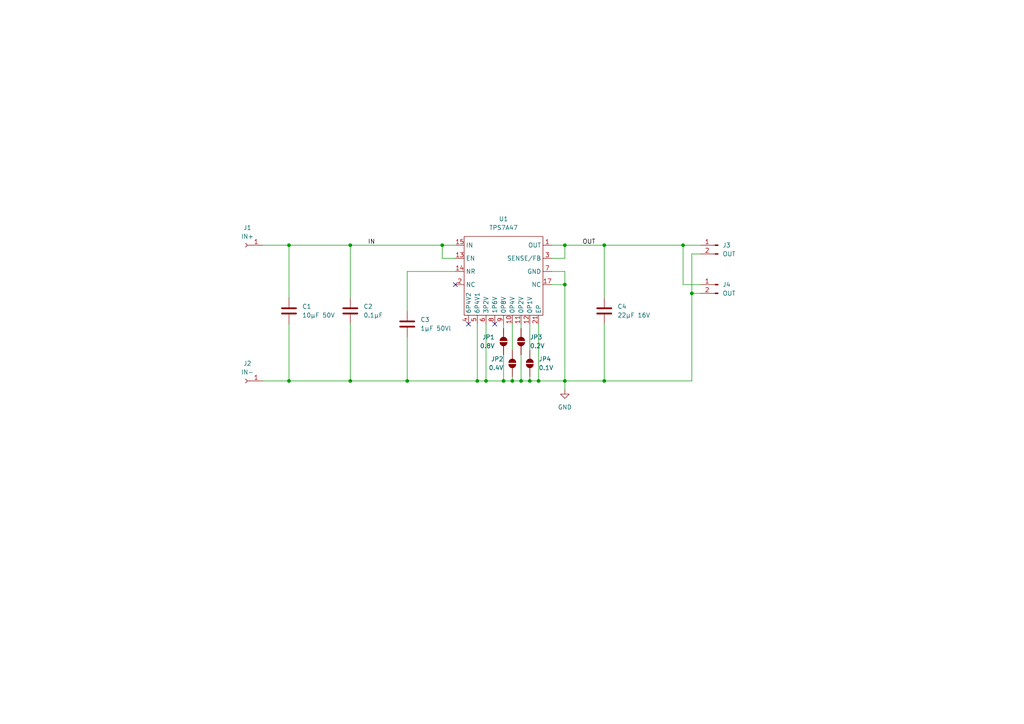
<source format=kicad_sch>
(kicad_sch (version 20231120) (generator "eeschema") (generator_version "8.0")
  (paper "A4")
  (lib_symbols
    (symbol "BW_Active:TPS7A47"
      (property "Reference" "U" (at 0 14.732 0))
      (property "Value" "TPS7A47" (at 0 12.7 0))
      (symbol "TPS7A47_0_0"
        (pin power_out line (at 13.97 8.89 180) (length 2.54) (name "OUT") (number "1"))
        (pin passive line (at 2.54 -13.97 90) (length 2.54) (name "0P4V") (number "10"))
        (pin passive line (at 5.08 -13.97 90) (length 2.54) (name "0P2V") (number "11"))
        (pin passive line (at 7.62 -13.97 90) (length 2.54) (name "0P1V") (number "12"))
        (pin input line (at -13.97 5.08 0) (length 2.54) (name "EN") (number "13"))
        (pin passive line (at -13.97 1.27 0) (length 2.54) (name "NR") (number "14"))
        (pin power_in line (at -13.97 8.89 0) (length 2.54) (name "IN") (number "15"))
        (pin passive line (at -13.97 8.89 0) (length 2.54) hide (name "IN") (number "16"))
        (pin free line (at 13.97 -2.54 180) (length 2.54) (name "NC") (number "17"))
        (pin free line (at 13.97 -2.54 180) (length 2.54) hide (name "NC") (number "18"))
        (pin free line (at 13.97 -2.54 180) (length 2.54) hide (name "NC") (number "19"))
        (pin free line (at -13.97 -2.54 0) (length 2.54) (name "NC") (number "2"))
        (pin passive line (at 13.97 8.89 180) (length 2.54) hide (name "OUT") (number "20"))
        (pin passive line (at 10.16 -13.97 90) (length 2.54) (name "EP") (number "21"))
        (pin passive line (at 13.97 5.08 180) (length 2.54) (name "SENSE/FB") (number "3"))
        (pin passive line (at -10.16 -13.97 90) (length 2.54) (name "6P4V2") (number "4"))
        (pin passive line (at -7.62 -13.97 90) (length 2.54) (name "6P4V1") (number "5"))
        (pin passive line (at -5.08 -13.97 90) (length 2.54) (name "3P2V") (number "6"))
        (pin passive line (at 13.97 1.27 180) (length 2.54) (name "GND") (number "7"))
        (pin passive line (at -2.54 -13.97 90) (length 2.54) (name "1P6V") (number "8"))
        (pin passive line (at 0 -13.97 90) (length 2.54) (name "0P8V") (number "9"))
      )
      (symbol "TPS7A47_0_1"
        (polyline (pts (xy -11.43 11.43) (xy -11.43 -11.43) (xy 11.43 -11.43) (xy 11.43 11.43) (xy -11.43 11.43)))
      )
    )
    (symbol "Connector:Conn_01x01_Socket" (pin_names (offset 1.016) hide)
      (property "Reference" "J" (at 0 2.54 0))
      (property "Value" "Conn_01x01_Socket" (at 0 -2.54 0))
      (symbol "Conn_01x01_Socket_1_1"
        (polyline (pts (xy -1.27 0) (xy -0.508 0)) (stroke (width 0.1524)))
        (arc (start 0 0.508) (mid -0.5058 0) (end 0 -0.508) (stroke (width 0.1524)))
        (pin passive line (at -5.08 0 0) (length 3.81) (name "Pin_1") (number "1"))
      )
    )
    (symbol "Connector:Conn_01x02_Pin" (pin_names (offset 1.016) hide)
      (property "Reference" "J" (at 0 2.54 0))
      (property "Value" "Conn_01x02_Pin" (at 0 -5.08 0))
      (symbol "Conn_01x02_Pin_1_1"
        (polyline (pts (xy 1.27 -2.54) (xy 0.8636 -2.54)) (stroke (width 0.1524)))
        (polyline (pts (xy 1.27 0) (xy 0.8636 0)) (stroke (width 0.1524)))
        (rectangle (start 0.8636 -2.413) (end 0 -2.667) (stroke (width 0.1524)) (fill (type outline)))
        (rectangle (start 0.8636 0.127) (end 0 -0.127) (stroke (width 0.1524)) (fill (type outline)))
        (pin passive line (at 5.08 0 180) (length 3.81) (name "Pin_1") (number "1"))
        (pin passive line (at 5.08 -2.54 180) (length 3.81) (name "Pin_2") (number "2"))
      )
    )
    (symbol "Device:C" (pin_numbers hide) (pin_names (offset 0.254))
      (property "Reference" "C" (at 0.635 2.54 0))
      (property "Value" "C" (at 0.635 -2.54 0))
      (symbol "C_0_1"
        (polyline (pts (xy -2.032 -0.762) (xy 2.032 -0.762)) (stroke (width 0.508)))
        (polyline (pts (xy -2.032 0.762) (xy 2.032 0.762)) (stroke (width 0.508)))
      )
      (symbol "C_1_1"
        (pin passive line (at 0 3.81 270) (length 2.794) (name "~") (number "1"))
        (pin passive line (at 0 -3.81 90) (length 2.794) (name "~") (number "2"))
      )
    )
    (symbol "Jumper:SolderJumper_2_Open" (pin_numbers hide) (pin_names (offset 0) hide) (exclude_from_sim yes) (in_bom no)
      (property "Reference" "JP" (at 0 2.032 0))
      (property "Value" "SolderJumper_2_Open" (at 0 -2.54 0))
      (symbol "SolderJumper_2_Open_0_1"
        (arc (start -0.254 1.016) (mid -1.2656 0) (end -0.254 -1.016))
        (arc (start -0.254 1.016) (mid -1.2656 0) (end -0.254 -1.016) (fill (type outline)))
        (polyline (pts (xy -0.254 1.016) (xy -0.254 -1.016)))
        (polyline (pts (xy 0.254 1.016) (xy 0.254 -1.016)))
        (arc (start 0.254 -1.016) (mid 1.2656 0) (end 0.254 1.016))
        (arc (start 0.254 -1.016) (mid 1.2656 0) (end 0.254 1.016) (fill (type outline)))
      )
      (symbol "SolderJumper_2_Open_1_1"
        (pin passive line (at -3.81 0 0) (length 2.54) (name "A") (number "1"))
        (pin passive line (at 3.81 0 180) (length 2.54) (name "B") (number "2"))
      )
    )
    (symbol "power:GND" (power) (pin_numbers hide) (pin_names (offset 0) hide)
      (property "Value" "GND" (at 0 -3.81 0))
      (symbol "GND_0_1"
        (polyline (pts (xy 0 0) (xy 0 -1.27) (xy 1.27 -1.27) (xy 0 -2.54) (xy -1.27 -1.27) (xy 0 -1.27)))
      )
      (symbol "GND_1_1"
        (pin power_in line (at 0 0 270) (length 0) (name "~") (number "1"))
      )
    )
  )
  (junction (at 118.11 110.49))
  (junction (at 148.59 110.49))
  (junction (at 175.26 71.12))
  (junction (at 83.82 71.12))
  (junction (at 163.83 71.12))
  (junction (at 83.82 110.49))
  (junction (at 175.26 110.49))
  (junction (at 198.12 71.12))
  (junction (at 153.67 110.49))
  (junction (at 101.6 71.12))
  (junction (at 140.97 110.49))
  (junction (at 151.13 110.49))
  (junction (at 163.83 82.55))
  (junction (at 200.66 85.09))
  (junction (at 128.27 71.12))
  (junction (at 146.05 110.49))
  (junction (at 163.83 110.49))
  (junction (at 101.6 110.49))
  (junction (at 156.21 110.49))
  (junction (at 138.43 110.49))
  (no_connect (at 143.51 93.98))
  (no_connect (at 132.08 82.55))
  (no_connect (at 135.89 93.98))
  (wire (pts (xy 138.43 93.98) (xy 138.43 110.49)))
  (wire (pts (xy 146.05 93.98) (xy 146.05 95.25)))
  (wire (pts (xy 200.66 110.49) (xy 175.26 110.49)))
  (wire (pts (xy 118.11 110.49) (xy 138.43 110.49)))
  (wire (pts (xy 151.13 93.98) (xy 151.13 95.25)))
  (wire (pts (xy 160.02 78.74) (xy 163.83 78.74)))
  (wire (pts (xy 175.26 110.49) (xy 175.26 93.98)))
  (wire (pts (xy 163.83 78.74) (xy 163.83 82.55)))
  (wire (pts (xy 148.59 109.22) (xy 148.59 110.49)))
  (wire (pts (xy 146.05 110.49) (xy 148.59 110.49)))
  (wire (pts (xy 101.6 71.12) (xy 128.27 71.12)))
  (wire (pts (xy 163.83 71.12) (xy 160.02 71.12)))
  (wire (pts (xy 198.12 71.12) (xy 203.2 71.12)))
  (wire (pts (xy 83.82 86.36) (xy 83.82 71.12)))
  (wire (pts (xy 153.67 109.22) (xy 153.67 110.49)))
  (wire (pts (xy 163.83 82.55) (xy 163.83 110.49)))
  (wire (pts (xy 101.6 93.98) (xy 101.6 110.49)))
  (wire (pts (xy 146.05 102.87) (xy 146.05 110.49)))
  (wire (pts (xy 148.59 110.49) (xy 151.13 110.49)))
  (wire (pts (xy 151.13 110.49) (xy 153.67 110.49)))
  (wire (pts (xy 200.66 85.09) (xy 200.66 110.49)))
  (wire (pts (xy 76.2 110.49) (xy 83.82 110.49)))
  (wire (pts (xy 118.11 97.79) (xy 118.11 110.49)))
  (wire (pts (xy 83.82 110.49) (xy 101.6 110.49)))
  (wire (pts (xy 163.83 74.93) (xy 163.83 71.12)))
  (wire (pts (xy 140.97 93.98) (xy 140.97 110.49)))
  (wire (pts (xy 200.66 73.66) (xy 200.66 85.09)))
  (wire (pts (xy 163.83 110.49) (xy 175.26 110.49)))
  (wire (pts (xy 156.21 93.98) (xy 156.21 110.49)))
  (wire (pts (xy 118.11 78.74) (xy 132.08 78.74)))
  (wire (pts (xy 153.67 110.49) (xy 156.21 110.49)))
  (wire (pts (xy 132.08 74.93) (xy 128.27 74.93)))
  (wire (pts (xy 175.26 71.12) (xy 198.12 71.12)))
  (wire (pts (xy 160.02 82.55) (xy 163.83 82.55)))
  (wire (pts (xy 83.82 71.12) (xy 101.6 71.12)))
  (wire (pts (xy 83.82 93.98) (xy 83.82 110.49)))
  (wire (pts (xy 140.97 110.49) (xy 146.05 110.49)))
  (wire (pts (xy 175.26 86.36) (xy 175.26 71.12)))
  (wire (pts (xy 175.26 71.12) (xy 163.83 71.12)))
  (wire (pts (xy 138.43 110.49) (xy 140.97 110.49)))
  (wire (pts (xy 153.67 93.98) (xy 153.67 101.6)))
  (wire (pts (xy 156.21 110.49) (xy 163.83 110.49)))
  (wire (pts (xy 198.12 82.55) (xy 203.2 82.55)))
  (wire (pts (xy 163.83 110.49) (xy 163.83 113.03)))
  (wire (pts (xy 118.11 90.17) (xy 118.11 78.74)))
  (wire (pts (xy 101.6 71.12) (xy 101.6 86.36)))
  (wire (pts (xy 128.27 71.12) (xy 132.08 71.12)))
  (wire (pts (xy 200.66 85.09) (xy 203.2 85.09)))
  (wire (pts (xy 101.6 110.49) (xy 118.11 110.49)))
  (wire (pts (xy 148.59 93.98) (xy 148.59 101.6)))
  (wire (pts (xy 198.12 82.55) (xy 198.12 71.12)))
  (wire (pts (xy 128.27 74.93) (xy 128.27 71.12)))
  (wire (pts (xy 151.13 102.87) (xy 151.13 110.49)))
  (wire (pts (xy 76.2 71.12) (xy 83.82 71.12)))
  (wire (pts (xy 203.2 73.66) (xy 200.66 73.66)))
  (wire (pts (xy 160.02 74.93) (xy 163.83 74.93)))
  (label "IN" (at 106.68 71.12 0))
  (label "OUT" (at 168.91 71.12 0))
  (symbol (lib_id "Connector:Conn_01x01_Socket") (at 71.12 71.12 0) (mirror y) (unit 1)
    (property "Reference" "J1" (at 71.755 66.04 0))
    (property "Value" "IN+" (at 71.755 68.58 0))
    (property "Footprint" "Connector_Wire:SolderWirePad_1x01_SMD_1x2mm" (effects (hide yes)))
    (property "Description" "Generic connector, single row, 01x01, script generated" (effects (hide yes)))
  )
  (symbol (lib_id "Jumper:SolderJumper_2_Open") (at 146.05 99.06 90) (unit 1) (exclude_from_sim yes) (in_bom no)
    (property "Reference" "JP1" (at 143.51 97.7899 90) (effects (justify left)))
    (property "Value" "0.8V" (at 143.51 100.3299 90) (effects (justify left)))
    (property "Footprint" "Jumper:SolderJumper-2_P1.3mm_Open_RoundedPad1.0x1.5mm" (effects (hide yes)))
    (property "Description" "Solder Jumper, 2-pole, open" (effects (hide yes)))
  )
  (symbol (lib_id "Connector:Conn_01x02_Pin") (at 208.28 82.55 0) (mirror y) (unit 1)
    (property "Reference" "J4" (at 209.55 82.5499 0) (effects (justify right)))
    (property "Value" "OUT" (at 209.55 85.0899 0) (effects (justify right)))
    (property "Footprint" "BW_Connectors:Amphenol_MINITEK_0.8_2P_V" (effects (hide yes)))
    (property "Description" "Generic connector, single row, 01x02, script generated" (effects (hide yes)))
  )
  (symbol (lib_id "Device:C") (at 83.82 90.17 0) (unit 1)
    (property "Reference" "C1" (at 87.63 88.8999 0) (effects (justify left)))
    (property "Value" "10µF 50V" (at 87.63 91.4399 0) (effects (justify left)))
    (property "Footprint" "Capacitor_SMD:C_1206_3216Metric" (effects (hide yes)))
    (property "Description" "Unpolarized capacitor" (effects (hide yes)))
  )
  (symbol (lib_id "Connector:Conn_01x02_Pin") (at 208.28 71.12 0) (mirror y) (unit 1)
    (property "Reference" "J3" (at 209.55 71.1199 0) (effects (justify right)))
    (property "Value" "OUT" (at 209.55 73.6599 0) (effects (justify right)))
    (property "Footprint" "BW_Connectors:Amphenol_MINITEK_0.8_2P_V" (effects (hide yes)))
    (property "Description" "Generic connector, single row, 01x02, script generated" (effects (hide yes)))
  )
  (symbol (lib_id "Device:C") (at 101.6 90.17 0) (unit 1)
    (property "Reference" "C2" (at 105.41 88.8999 0) (effects (justify left)))
    (property "Value" "0.1µF" (at 105.41 91.4399 0) (effects (justify left)))
    (property "Footprint" "Capacitor_SMD:C_0603_1608Metric" (effects (hide yes)))
    (property "Description" "Unpolarized capacitor" (effects (hide yes)))
  )
  (symbol (lib_id "power:GND") (at 163.83 113.03 0) (unit 1)
    (property "Reference" "#PWR01" (effects (hide yes)))
    (property "Value" "GND" (at 163.83 118.11 0))
    (property "Description" "Power symbol creates a global label with name \"GND\" , ground" (effects (hide yes)))
  )
  (symbol (lib_id "Device:C") (at 175.26 90.17 0) (unit 1)
    (property "Reference" "C4" (at 179.07 88.8999 0) (effects (justify left)))
    (property "Value" "22µF 16V" (at 179.07 91.4399 0) (effects (justify left)))
    (property "Footprint" "Capacitor_SMD:C_1210_3225Metric" (effects (hide yes)))
    (property "Description" "Unpolarized capacitor" (effects (hide yes)))
  )
  (symbol (lib_id "Jumper:SolderJumper_2_Open") (at 151.13 99.06 90) (unit 1) (exclude_from_sim yes) (in_bom no)
    (property "Reference" "JP3" (at 153.67 97.7899 90) (effects (justify right)))
    (property "Value" "0.2V" (at 153.67 100.3299 90) (effects (justify right)))
    (property "Footprint" "Jumper:SolderJumper-2_P1.3mm_Open_RoundedPad1.0x1.5mm" (effects (hide yes)))
    (property "Description" "Solder Jumper, 2-pole, open" (effects (hide yes)))
  )
  (symbol (lib_id "Device:C") (at 118.11 93.98 0) (unit 1)
    (property "Reference" "C3" (at 121.92 92.7099 0) (effects (justify left)))
    (property "Value" "1µF 50Vl" (at 121.92 95.2499 0) (effects (justify left)))
    (property "Footprint" "Capacitor_SMD:C_0805_2012Metric" (effects (hide yes)))
    (property "Description" "Unpolarized capacitor" (effects (hide yes)))
  )
  (symbol (lib_id "Jumper:SolderJumper_2_Open") (at 153.67 105.41 90) (unit 1) (exclude_from_sim yes) (in_bom no)
    (property "Reference" "JP4" (at 156.21 104.1399 90) (effects (justify right)))
    (property "Value" "0.1V" (at 156.21 106.6799 90) (effects (justify right)))
    (property "Footprint" "Jumper:SolderJumper-2_P1.3mm_Open_RoundedPad1.0x1.5mm" (effects (hide yes)))
    (property "Description" "Solder Jumper, 2-pole, open" (effects (hide yes)))
  )
  (symbol (lib_id "BW_Active:TPS7A47") (at 146.05 80.01 0) (unit 1)
    (property "Reference" "U1" (at 146.05 63.5 0))
    (property "Value" "TPS7A47" (at 146.05 66.04 0))
    (property "Footprint" "Package_DFN_QFN:Texas_RGW0020A_VQFN-20-1EP_5x5mm_P0.65mm_EP3.15x3.15mm" (effects (hide yes)))
    (property "Datasheet" "https://www.ti.com/lit/ds/symlink/tps7a47.pdf" (effects (hide yes)))
    (property "Description" "1A Ultra-low-noise LDO" (effects (hide yes)))
  )
  (symbol (lib_id "Jumper:SolderJumper_2_Open") (at 148.59 105.41 90) (unit 1) (exclude_from_sim yes) (in_bom no)
    (property "Reference" "JP2" (at 146.05 104.1399 90) (effects (justify left)))
    (property "Value" "0.4V" (at 146.05 106.6799 90) (effects (justify left)))
    (property "Footprint" "Jumper:SolderJumper-2_P1.3mm_Open_RoundedPad1.0x1.5mm" (effects (hide yes)))
    (property "Description" "Solder Jumper, 2-pole, open" (effects (hide yes)))
  )
  (symbol (lib_id "Connector:Conn_01x01_Socket") (at 71.12 110.49 0) (mirror y) (unit 1)
    (property "Reference" "J2" (at 71.755 105.41 0))
    (property "Value" "IN-" (at 71.755 107.95 0))
    (property "Footprint" "Connector_Wire:SolderWirePad_1x01_SMD_1x2mm" (effects (hide yes)))
    (property "Description" "Generic connector, single row, 01x01, script generated" (effects (hide yes)))
  )
)
</source>
